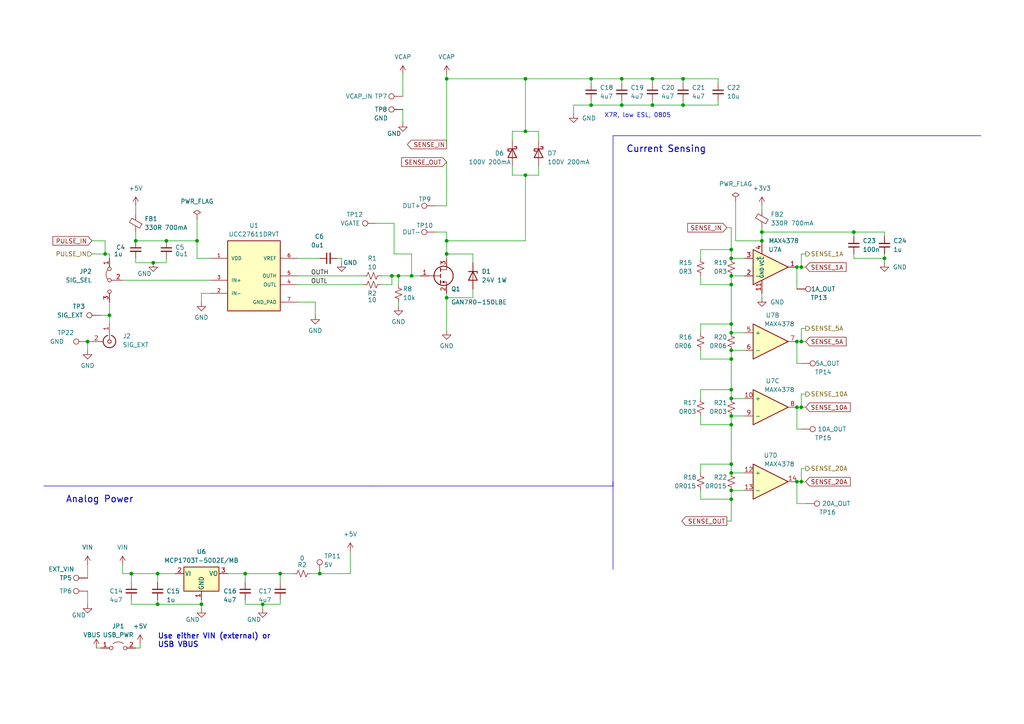
<source format=kicad_sch>
(kicad_sch (version 20230121) (generator eeschema)
  (paper "A4")
  (lib_symbols
    (symbol "Connector:Conn_Coaxial" (pin_names (offset 1.016) hide)
      (property "Reference" "J" (at 0.254 3.048 0))
      (property "Value" "Conn_Coaxial" (at 2.921 0 90))
      (symbol "Conn_Coaxial_0_1"
        (arc (start -1.778 -0.508) (mid 0.2311 -1.8066) (end 1.778 0) (stroke (width 0.254)))
        (polyline (pts (xy -2.54 0) (xy -0.508 0)))
        (polyline (pts (xy 0 -2.54) (xy 0 -1.778)))
        (circle (center 0 0) (radius 0.508) (stroke (width 0.2032)))
        (arc (start 1.778 0) (mid 0.2099 1.8101) (end -1.778 0.508) (stroke (width 0.254)))
      )
      (symbol "Conn_Coaxial_1_1"
        (pin passive line (at -5.08 0 0) (length 2.54) (name "In") (number "1"))
        (pin passive line (at 0 -5.08 90) (length 2.54) (name "Ext") (number "2"))
      )
    )
    (symbol "Connector:TestPoint" (pin_numbers hide) (pin_names (offset 0.762) hide)
      (property "Reference" "TP" (at 0 6.858 0))
      (property "Value" "TestPoint" (at 0 5.08 0))
      (symbol "TestPoint_0_1"
        (circle (center 0 3.302) (radius 0.762))
      )
      (symbol "TestPoint_1_1"
        (pin passive line (at 0 0 90) (length 2.54) (name "1") (number "1"))
      )
    )
    (symbol "DW_custom_symbols:GAN7R0-150LBE" (pin_names hide)
      (property "Reference" "Q" (at 5.08 1.905 0))
      (property "Value" "GAN7R0-150LBE" (at 5.08 0 0))
      (symbol "GAN7R0-150LBE_0_1"
        (polyline (pts (xy 0.635 0) (xy -2.54 0)))
        (polyline (pts (xy 0.762 -1.27) (xy 0.762 -2.286)) (stroke (width 0.254)))
        (polyline (pts (xy 0.762 0.508) (xy 0.762 -0.508)) (stroke (width 0.254)))
        (polyline (pts (xy 0.762 2.286) (xy 0.762 1.27)) (stroke (width 0.254)))
        (polyline (pts (xy 2.54 1.778) (xy 0.762 1.778)))
        (polyline (pts (xy 2.54 2.54) (xy 2.54 1.778)))
        (polyline (pts (xy 0.762 -1.778) (xy 2.54 -1.778) (xy 2.54 -5.08)))
        (circle (center 1.651 0) (radius 2.794) (stroke (width 0.254)))
      )
      (symbol "GAN7R0-150LBE_1_1"
        (polyline (pts (xy 1.524 -1.524) (xy 2.032 -1.778) (xy 1.524 -2.032) (xy 1.524 -1.524)) (fill (type outline)))
        (pin input line (at -5.08 0 0) (length 2.54) (name "G") (number "1"))
        (pin passive line (at 2.54 -5.08 90) (length 2.54) (name "S") (number "2"))
        (pin passive line (at 2.54 5.08 270) (length 2.54) (name "D") (number "3"))
      )
    )
    (symbol "DW_custom_symbols:MAX4378"
      (property "Reference" "U" (at -10.16 1.27 0))
      (symbol "MAX4378_0_1"
        (polyline (pts (xy 6.35 -1.27) (xy -3.81 3.81) (xy -3.81 -6.35) (xy 6.35 -1.27)) (stroke (width 0.254)) (fill (type background)))
      )
      (symbol "MAX4378_1_1"
        (pin output line (at 8.89 -1.27 180) (length 2.54) (name "~") (number "1"))
        (pin power_in line (at -1.27 -8.89 90) (length 3.81) (name "GND") (number "11"))
        (pin input line (at -6.35 -3.81 0) (length 2.54) (name "-") (number "2"))
        (pin input line (at -6.35 1.27 0) (length 2.54) (name "+") (number "3"))
        (pin power_in line (at -1.27 6.35 270) (length 3.81) (name "VCC") (number "4"))
      )
      (symbol "MAX4378_2_1"
        (pin input line (at -6.35 1.27 0) (length 2.54) (name "+") (number "5"))
        (pin input line (at -6.35 -3.81 0) (length 2.54) (name "-") (number "6"))
        (pin output line (at 8.89 -1.27 180) (length 2.54) (name "") (number "7"))
      )
      (symbol "MAX4378_3_1"
        (pin input line (at -6.35 1.27 0) (length 2.54) (name "+") (number "10"))
        (pin output line (at 8.89 -1.27 180) (length 2.54) (name "") (number "8"))
        (pin input line (at -6.35 -3.81 0) (length 2.54) (name "-") (number "9"))
      )
      (symbol "MAX4378_4_1"
        (pin input line (at -6.35 1.27 0) (length 2.54) (name "+") (number "12"))
        (pin input line (at -6.35 -3.81 0) (length 2.54) (name "-") (number "13"))
        (pin output line (at 8.89 -1.27 180) (length 2.54) (name "") (number "14"))
      )
    )
    (symbol "DW_custom_symbols:UCC27611DRVT" (pin_names (offset 1.016))
      (property "Reference" "U" (at -12.7 11.16 0))
      (property "Value" "UCC27611DRVT" (at -12.7 -14.16 0))
      (symbol "UCC27611DRVT_0_0"
        (rectangle (start -7.62 10.16) (end 7.62 -10.16) (stroke (width 0.254)) (fill (type background)))
        (pin power_in line (at -12.7 5.08 0) (length 5.08) (name "VDD") (number "1"))
        (pin input line (at -12.7 -5.08 0) (length 5.08) (name "IN-") (number "2"))
        (pin input line (at -12.7 -1.27 0) (length 5.08) (name "IN+") (number "3"))
        (pin output line (at 12.7 -2.54 180) (length 5.08) (name "OUTL") (number "4"))
        (pin output line (at 12.7 0 180) (length 5.08) (name "OUTH") (number "5"))
        (pin output line (at 12.7 5.08 180) (length 5.08) (name "VREF") (number "6"))
        (pin power_in line (at 12.7 -7.62 180) (length 5.08) (name "GND_PAD") (number "7"))
      )
    )
    (symbol "DW_custom_symbols:VIN" (power) (pin_names (offset 0))
      (property "Value" "VIN" (at 0 6.35 0))
      (symbol "VIN_0_1"
        (polyline (pts (xy -0.762 1.27) (xy 0 2.54)))
        (polyline (pts (xy 0 0) (xy 0 2.54)))
        (polyline (pts (xy 0 2.54) (xy 0.762 1.27)))
      )
      (symbol "VIN_1_1"
        (pin power_in line (at 0 0 90) (length 0) hide (name "VIN") (number "1"))
      )
    )
    (symbol "Device:C_Small" (pin_numbers hide) (pin_names (offset 0.254) hide)
      (property "Reference" "C" (at 0.254 1.778 0))
      (property "Value" "C_Small" (at 0.254 -2.032 0))
      (symbol "C_Small_0_1"
        (polyline (pts (xy -1.524 -0.508) (xy 1.524 -0.508)) (stroke (width 0.3302)))
        (polyline (pts (xy -1.524 0.508) (xy 1.524 0.508)) (stroke (width 0.3048)))
      )
      (symbol "C_Small_1_1"
        (pin passive line (at 0 2.54 270) (length 2.032) (name "~") (number "1"))
        (pin passive line (at 0 -2.54 90) (length 2.032) (name "~") (number "2"))
      )
    )
    (symbol "Device:D_Schottky" (pin_numbers hide) (pin_names (offset 1.016) hide)
      (property "Reference" "D" (at 0 2.54 0))
      (property "Value" "D_Schottky" (at 0 -2.54 0))
      (symbol "D_Schottky_0_1"
        (polyline (pts (xy 1.27 0) (xy -1.27 0)))
        (polyline (pts (xy 1.27 1.27) (xy 1.27 -1.27) (xy -1.27 0) (xy 1.27 1.27)) (stroke (width 0.254)))
        (polyline (pts (xy -1.905 0.635) (xy -1.905 1.27) (xy -1.27 1.27) (xy -1.27 -1.27) (xy -0.635 -1.27) (xy -0.635 -0.635)) (stroke (width 0.254)))
      )
      (symbol "D_Schottky_1_1"
        (pin passive line (at -3.81 0 0) (length 2.54) (name "K") (number "1"))
        (pin passive line (at 3.81 0 180) (length 2.54) (name "A") (number "2"))
      )
    )
    (symbol "Device:D_Zener" (pin_numbers hide) (pin_names (offset 1.016) hide)
      (property "Reference" "D" (at 0 2.54 0))
      (property "Value" "D_Zener" (at 0 -2.54 0))
      (symbol "D_Zener_0_1"
        (polyline (pts (xy 1.27 0) (xy -1.27 0)))
        (polyline (pts (xy -1.27 -1.27) (xy -1.27 1.27) (xy -0.762 1.27)) (stroke (width 0.254)))
        (polyline (pts (xy 1.27 -1.27) (xy 1.27 1.27) (xy -1.27 0) (xy 1.27 -1.27)) (stroke (width 0.254)))
      )
      (symbol "D_Zener_1_1"
        (pin passive line (at -3.81 0 0) (length 2.54) (name "K") (number "1"))
        (pin passive line (at 3.81 0 180) (length 2.54) (name "A") (number "2"))
      )
    )
    (symbol "Device:FerriteBead_Small" (pin_numbers hide) (pin_names (offset 0))
      (property "Reference" "FB" (at 1.905 1.27 0))
      (property "Value" "FerriteBead_Small" (at 1.905 -1.27 0))
      (symbol "FerriteBead_Small_0_1"
        (polyline (pts (xy 0 -1.27) (xy 0 -0.7874)))
        (polyline (pts (xy 0 0.889) (xy 0 1.2954)))
        (polyline (pts (xy -1.8288 0.2794) (xy -1.1176 1.4986) (xy 1.8288 -0.2032) (xy 1.1176 -1.4224) (xy -1.8288 0.2794)))
      )
      (symbol "FerriteBead_Small_1_1"
        (pin passive line (at 0 2.54 270) (length 1.27) (name "~") (number "1"))
        (pin passive line (at 0 -2.54 90) (length 1.27) (name "~") (number "2"))
      )
    )
    (symbol "Device:R_Small_US" (pin_numbers hide) (pin_names (offset 0.254) hide)
      (property "Reference" "R" (at 0.762 0.508 0))
      (property "Value" "R_Small_US" (at 0.762 -1.016 0))
      (symbol "R_Small_US_1_1"
        (polyline (pts (xy 0 0) (xy 1.016 -0.381) (xy 0 -0.762) (xy -1.016 -1.143) (xy 0 -1.524)))
        (polyline (pts (xy 0 1.524) (xy 1.016 1.143) (xy 0 0.762) (xy -1.016 0.381) (xy 0 0)))
        (pin passive line (at 0 2.54 270) (length 1.016) (name "~") (number "1"))
        (pin passive line (at 0 -2.54 90) (length 1.016) (name "~") (number "2"))
      )
    )
    (symbol "Jumper:Jumper_2_Open" (pin_names (offset 0) hide)
      (property "Reference" "JP" (at 0 2.794 0))
      (property "Value" "Jumper_2_Open" (at 0 -2.286 0))
      (symbol "Jumper_2_Open_0_0"
        (circle (center -2.032 0) (radius 0.508))
        (circle (center 2.032 0) (radius 0.508))
      )
      (symbol "Jumper_2_Open_0_1"
        (arc (start 1.524 1.27) (mid 0 1.778) (end -1.524 1.27))
      )
      (symbol "Jumper_2_Open_1_1"
        (pin passive line (at -5.08 0 0) (length 2.54) (name "A") (number "1"))
        (pin passive line (at 5.08 0 180) (length 2.54) (name "B") (number "2"))
      )
    )
    (symbol "Jumper:Jumper_3_Bridged12" (pin_names (offset 0) hide)
      (property "Reference" "JP" (at -2.54 -2.54 0))
      (property "Value" "Jumper_3_Bridged12" (at 0 2.794 0))
      (symbol "Jumper_3_Bridged12_0_0"
        (circle (center -3.302 0) (radius 0.508))
        (circle (center 0 0) (radius 0.508))
        (circle (center 3.302 0) (radius 0.508))
      )
      (symbol "Jumper_3_Bridged12_0_1"
        (arc (start -0.254 0.508) (mid -1.651 0.9912) (end -3.048 0.508))
        (polyline (pts (xy 0 -1.27) (xy 0 -0.508)))
      )
      (symbol "Jumper_3_Bridged12_1_1"
        (pin passive line (at -6.35 0 0) (length 2.54) (name "A") (number "1"))
        (pin passive line (at 0 -3.81 90) (length 2.54) (name "C") (number "2"))
        (pin passive line (at 6.35 0 180) (length 2.54) (name "B") (number "3"))
      )
    )
    (symbol "Regulator_Linear:MCP1703Ax-500xxMB" (pin_names (offset 0.254))
      (property "Reference" "U" (at -3.81 3.175 0))
      (property "Value" "MCP1703Ax-500xxMB" (at 0 3.175 0))
      (symbol "MCP1703Ax-500xxMB_0_1"
        (rectangle (start -5.08 -5.08) (end 5.08 1.905) (stroke (width 0.254)) (fill (type background)))
      )
      (symbol "MCP1703Ax-500xxMB_1_1"
        (pin power_in line (at 0 -7.62 90) (length 2.54) (name "GND") (number "1"))
        (pin power_in line (at -7.62 0 0) (length 2.54) (name "VI") (number "2"))
        (pin power_out line (at 7.62 0 180) (length 2.54) (name "VO") (number "3"))
      )
    )
    (symbol "VBUS_1" (power) (pin_names (offset 0))
      (property "Value" "VBUS_1" (at 0 5.08 0))
      (symbol "VBUS_1_0_1"
        (polyline (pts (xy -0.762 1.27) (xy 0 2.54)))
        (polyline (pts (xy 0 0) (xy 0 2.54)))
        (polyline (pts (xy 0 2.54) (xy 0.762 1.27)))
      )
      (symbol "VBUS_1_1_1"
        (pin power_in line (at 0 0 90) (length 0) hide (name "VCAP") (number "1"))
      )
    )
    (symbol "VBUS_2" (power) (pin_names (offset 0))
      (property "Value" "VBUS_2" (at 0 5.08 0))
      (symbol "VBUS_2_0_1"
        (polyline (pts (xy -0.762 1.27) (xy 0 2.54)))
        (polyline (pts (xy 0 0) (xy 0 2.54)))
        (polyline (pts (xy 0 2.54) (xy 0.762 1.27)))
      )
      (symbol "VBUS_2_1_1"
        (pin power_in line (at 0 0 90) (length 0) hide (name "VCAP") (number "1"))
      )
    )
    (symbol "power:+3V3" (power) (pin_names (offset 0))
      (property "Value" "+3V3" (at 0 3.556 0))
      (symbol "+3V3_0_1"
        (polyline (pts (xy -0.762 1.27) (xy 0 2.54)))
        (polyline (pts (xy 0 0) (xy 0 2.54)))
        (polyline (pts (xy 0 2.54) (xy 0.762 1.27)))
      )
      (symbol "+3V3_1_1"
        (pin power_in line (at 0 0 90) (length 0) hide (name "+3V3") (number "1"))
      )
    )
    (symbol "power:+5V" (power) (pin_names (offset 0))
      (property "Value" "+5V" (at 0 3.556 0))
      (symbol "+5V_0_1"
        (polyline (pts (xy -0.762 1.27) (xy 0 2.54)))
        (polyline (pts (xy 0 0) (xy 0 2.54)))
        (polyline (pts (xy 0 2.54) (xy 0.762 1.27)))
      )
      (symbol "+5V_1_1"
        (pin power_in line (at 0 0 90) (length 0) hide (name "+5V") (number "1"))
      )
    )
    (symbol "power:GND" (power) (pin_names (offset 0))
      (property "Value" "GND" (at 0 -3.81 0))
      (symbol "GND_0_1"
        (polyline (pts (xy 0 0) (xy 0 -1.27) (xy 1.27 -1.27) (xy 0 -2.54) (xy -1.27 -1.27) (xy 0 -1.27)))
      )
      (symbol "GND_1_1"
        (pin power_in line (at 0 0 270) (length 0) hide (name "GND") (number "1"))
      )
    )
    (symbol "power:PWR_FLAG" (power) (pin_numbers hide) (pin_names (offset 0) hide)
      (property "Value" "PWR_FLAG" (at 0 3.81 0))
      (symbol "PWR_FLAG_0_0"
        (pin power_out line (at 0 0 90) (length 0) (name "pwr") (number "1"))
      )
      (symbol "PWR_FLAG_0_1"
        (polyline (pts (xy 0 0) (xy 0 1.27) (xy -1.016 1.905) (xy 0 2.54) (xy 1.016 1.905) (xy 0 1.27)))
      )
    )
    (symbol "power:VBUS" (power) (pin_names (offset 0))
      (property "Value" "VBUS" (at 0 3.81 0))
      (symbol "VBUS_0_1"
        (polyline (pts (xy -0.762 1.27) (xy 0 2.54)))
        (polyline (pts (xy 0 0) (xy 0 2.54)))
        (polyline (pts (xy 0 2.54) (xy 0.762 1.27)))
      )
      (symbol "VBUS_1_1"
        (pin power_in line (at 0 0 90) (length 0) hide (name "VBUS") (number "1"))
      )
    )
  )
  (junction (at 256.54 74.93))
  (junction (at 81.28 166.37))
  (junction (at 45.72 166.37))
  (junction (at 180.34 30.48))
  (junction (at 129.54 69.85))
  (junction (at 231.14 99.06))
  (junction (at 152.4 22.86))
  (junction (at 38.1 166.37))
  (junction (at 212.09 144.78))
  (junction (at 212.09 104.14))
  (junction (at 212.09 80.01))
  (junction (at 129.54 22.86))
  (junction (at 39.37 69.85))
  (junction (at 25.4 99.06))
  (junction (at 232.41 139.7))
  (junction (at 212.09 96.52))
  (junction (at 212.09 113.03))
  (junction (at 57.15 69.85))
  (junction (at 129.54 73.66))
  (junction (at 212.09 142.24))
  (junction (at 180.34 22.86))
  (junction (at 212.09 101.6))
  (junction (at 30.48 73.66))
  (junction (at 212.09 134.62))
  (junction (at 247.65 67.31))
  (junction (at 129.54 86.36))
  (junction (at 198.12 30.48))
  (junction (at 212.09 93.98))
  (junction (at 152.4 50.8))
  (junction (at 113.665 80.01))
  (junction (at 189.23 22.86))
  (junction (at 115.57 80.01))
  (junction (at 189.23 30.48))
  (junction (at 48.26 69.85))
  (junction (at 212.09 72.39))
  (junction (at 212.09 120.65))
  (junction (at 212.09 137.16))
  (junction (at 212.09 123.19))
  (junction (at 119.38 80.01))
  (junction (at 220.98 69.85))
  (junction (at 231.14 118.11))
  (junction (at 232.41 77.47))
  (junction (at 58.42 175.26))
  (junction (at 71.12 166.37))
  (junction (at 198.12 22.86))
  (junction (at 152.4 38.1))
  (junction (at 232.41 118.11))
  (junction (at 45.72 175.26))
  (junction (at 171.45 30.48))
  (junction (at 212.09 74.93))
  (junction (at 232.41 99.06))
  (junction (at 44.45 76.2))
  (junction (at 171.45 22.86))
  (junction (at 212.09 115.57))
  (junction (at 231.14 77.47))
  (junction (at 212.09 82.55))
  (junction (at 92.71 166.37))
  (junction (at 31.75 91.44))
  (junction (at 231.14 139.7))
  (junction (at 76.2 175.26))
  (junction (at 220.98 67.31))
  (wire (pts (xy 152.4 69.85) (xy 129.54 69.85)))
  (wire (pts (xy 212.09 66.04) (xy 212.09 72.39)))
  (wire (pts (xy 27.94 187.96) (xy 29.21 187.96)))
  (wire (pts (xy 233.68 99.06) (xy 232.41 99.06)))
  (wire (pts (xy 189.23 30.48) (xy 180.34 30.48)))
  (wire (pts (xy 212.09 120.65) (xy 212.09 123.19)))
  (wire (pts (xy 152.4 22.86) (xy 171.45 22.86)))
  (wire (pts (xy 110.49 82.55) (xy 113.665 82.55)))
  (wire (pts (xy 39.37 59.69) (xy 39.37 62.23)))
  (wire (pts (xy 148.59 50.8) (xy 152.4 50.8)))
  (wire (pts (xy 166.37 30.48) (xy 166.37 33.02)))
  (wire (pts (xy 180.34 22.86) (xy 180.34 24.13)))
  (wire (pts (xy 220.98 85.09) (xy 220.98 86.36)))
  (wire (pts (xy 90.17 166.37) (xy 92.71 166.37)))
  (wire (pts (xy 148.59 38.1) (xy 152.4 38.1)))
  (wire (pts (xy 109.22 64.77) (xy 114.3 64.77)))
  (polyline (pts (xy 284.48 39.37) (xy 177.8 39.37)))
  (wire (pts (xy 203.2 123.19) (xy 212.09 123.19)))
  (wire (pts (xy 231.14 77.47) (xy 231.14 83.82)))
  (wire (pts (xy 220.98 67.31) (xy 220.98 69.85)))
  (wire (pts (xy 38.1 166.37) (xy 38.1 168.91)))
  (wire (pts (xy 114.3 64.77) (xy 114.3 73.66)))
  (wire (pts (xy 148.59 48.26) (xy 148.59 50.8)))
  (wire (pts (xy 180.34 29.21) (xy 180.34 30.48)))
  (wire (pts (xy 115.57 88.9) (xy 115.57 87.63)))
  (wire (pts (xy 212.09 123.19) (xy 212.09 134.62)))
  (wire (pts (xy 76.2 175.26) (xy 81.28 175.26)))
  (wire (pts (xy 26.67 73.66) (xy 30.48 73.66)))
  (wire (pts (xy 203.2 72.39) (xy 212.09 72.39)))
  (wire (pts (xy 232.41 135.89) (xy 232.41 139.7)))
  (wire (pts (xy 203.2 113.03) (xy 212.09 113.03)))
  (wire (pts (xy 58.42 173.99) (xy 58.42 175.26)))
  (wire (pts (xy 232.41 99.06) (xy 231.14 99.06)))
  (wire (pts (xy 101.6 160.02) (xy 101.6 166.37)))
  (wire (pts (xy 198.12 29.21) (xy 198.12 30.48)))
  (wire (pts (xy 44.45 76.2) (xy 48.26 76.2)))
  (wire (pts (xy 232.41 95.25) (xy 232.41 99.06)))
  (wire (pts (xy 171.45 22.86) (xy 171.45 24.13)))
  (wire (pts (xy 203.2 115.57) (xy 203.2 113.03)))
  (wire (pts (xy 40.64 187.96) (xy 39.37 187.96)))
  (wire (pts (xy 171.45 30.48) (xy 166.37 30.48)))
  (wire (pts (xy 212.09 104.14) (xy 212.09 113.03)))
  (wire (pts (xy 212.09 93.98) (xy 212.09 96.52)))
  (wire (pts (xy 203.2 101.6) (xy 203.2 104.14)))
  (wire (pts (xy 152.4 50.8) (xy 152.4 69.85)))
  (wire (pts (xy 212.09 82.55) (xy 212.09 93.98)))
  (wire (pts (xy 129.54 46.99) (xy 129.54 59.69)))
  (wire (pts (xy 212.09 72.39) (xy 212.09 74.93)))
  (wire (pts (xy 119.38 73.66) (xy 119.38 80.01)))
  (wire (pts (xy 189.23 22.86) (xy 198.12 22.86)))
  (wire (pts (xy 210.82 66.04) (xy 212.09 66.04)))
  (wire (pts (xy 212.09 137.16) (xy 215.9 137.16)))
  (wire (pts (xy 81.28 173.99) (xy 81.28 175.26)))
  (wire (pts (xy 81.28 166.37) (xy 81.28 168.91)))
  (wire (pts (xy 137.16 83.82) (xy 137.16 86.36)))
  (wire (pts (xy 212.09 80.01) (xy 212.09 82.55)))
  (wire (pts (xy 208.28 22.86) (xy 198.12 22.86)))
  (wire (pts (xy 233.68 118.11) (xy 232.41 118.11)))
  (wire (pts (xy 232.41 73.66) (xy 232.41 77.47)))
  (wire (pts (xy 156.21 38.1) (xy 156.21 40.64)))
  (wire (pts (xy 129.54 73.66) (xy 137.16 73.66)))
  (wire (pts (xy 66.04 166.37) (xy 71.12 166.37)))
  (wire (pts (xy 232.41 77.47) (xy 231.14 77.47)))
  (wire (pts (xy 35.56 166.37) (xy 38.1 166.37)))
  (wire (pts (xy 203.2 120.65) (xy 203.2 123.19)))
  (wire (pts (xy 113.665 82.55) (xy 113.665 80.01)))
  (wire (pts (xy 25.4 99.06) (xy 26.67 99.06)))
  (wire (pts (xy 232.41 105.41) (xy 231.14 105.41)))
  (wire (pts (xy 115.57 80.01) (xy 115.57 82.55)))
  (wire (pts (xy 189.23 29.21) (xy 189.23 30.48)))
  (wire (pts (xy 57.15 74.93) (xy 57.15 69.85)))
  (wire (pts (xy 30.48 73.66) (xy 31.75 73.66)))
  (wire (pts (xy 39.37 76.2) (xy 44.45 76.2)))
  (wire (pts (xy 25.4 101.6) (xy 25.4 99.06)))
  (wire (pts (xy 233.68 73.66) (xy 232.41 73.66)))
  (wire (pts (xy 198.12 22.86) (xy 198.12 24.13)))
  (wire (pts (xy 233.68 95.25) (xy 232.41 95.25)))
  (wire (pts (xy 126.365 67.31) (xy 129.54 67.31)))
  (wire (pts (xy 58.42 87.63) (xy 58.42 85.09)))
  (polyline (pts (xy 177.8 140.97) (xy 177.8 139.7)))
  (wire (pts (xy 152.4 22.86) (xy 152.4 38.1)))
  (wire (pts (xy 71.12 175.26) (xy 76.2 175.26)))
  (wire (pts (xy 25.4 171.45) (xy 25.4 175.26)))
  (wire (pts (xy 233.68 139.7) (xy 232.41 139.7)))
  (wire (pts (xy 114.3 73.66) (xy 119.38 73.66)))
  (wire (pts (xy 71.12 173.99) (xy 71.12 175.26)))
  (wire (pts (xy 25.4 163.83) (xy 25.4 167.64)))
  (wire (pts (xy 212.09 80.01) (xy 215.9 80.01)))
  (wire (pts (xy 203.2 144.78) (xy 212.09 144.78)))
  (wire (pts (xy 58.42 85.09) (xy 60.96 85.09)))
  (wire (pts (xy 129.54 22.86) (xy 129.54 41.91)))
  (wire (pts (xy 232.41 124.46) (xy 231.14 124.46)))
  (wire (pts (xy 26.67 69.85) (xy 30.48 69.85)))
  (wire (pts (xy 91.44 87.63) (xy 91.44 91.44)))
  (wire (pts (xy 212.09 134.62) (xy 212.09 137.16)))
  (wire (pts (xy 45.72 166.37) (xy 45.72 168.91)))
  (wire (pts (xy 208.28 29.21) (xy 208.28 30.48)))
  (wire (pts (xy 212.09 151.13) (xy 212.09 144.78)))
  (wire (pts (xy 92.71 166.37) (xy 101.6 166.37)))
  (wire (pts (xy 212.09 74.93) (xy 215.9 74.93)))
  (wire (pts (xy 203.2 74.93) (xy 203.2 72.39)))
  (wire (pts (xy 213.36 58.42) (xy 213.36 69.85)))
  (wire (pts (xy 57.15 63.5) (xy 57.15 69.85)))
  (wire (pts (xy 231.14 105.41) (xy 231.14 99.06)))
  (wire (pts (xy 220.98 66.04) (xy 220.98 67.31)))
  (wire (pts (xy 203.2 93.98) (xy 212.09 93.98)))
  (wire (pts (xy 256.54 74.93) (xy 256.54 76.2)))
  (wire (pts (xy 48.26 69.85) (xy 57.15 69.85)))
  (wire (pts (xy 171.45 29.21) (xy 171.45 30.48)))
  (wire (pts (xy 71.12 166.37) (xy 71.12 168.91)))
  (wire (pts (xy 203.2 82.55) (xy 212.09 82.55)))
  (wire (pts (xy 38.1 166.37) (xy 45.72 166.37)))
  (wire (pts (xy 113.665 80.01) (xy 115.57 80.01)))
  (wire (pts (xy 212.09 96.52) (xy 215.9 96.52)))
  (wire (pts (xy 212.09 120.65) (xy 215.9 120.65)))
  (wire (pts (xy 220.98 59.69) (xy 220.98 60.96)))
  (wire (pts (xy 29.21 91.44) (xy 31.75 91.44)))
  (wire (pts (xy 233.68 146.05) (xy 231.14 146.05)))
  (wire (pts (xy 231.14 139.7) (xy 231.14 146.05)))
  (wire (pts (xy 71.12 166.37) (xy 81.28 166.37)))
  (wire (pts (xy 180.34 22.86) (xy 189.23 22.86)))
  (wire (pts (xy 31.75 91.44) (xy 31.75 93.98)))
  (wire (pts (xy 129.54 86.36) (xy 137.16 86.36)))
  (wire (pts (xy 212.09 101.6) (xy 215.9 101.6)))
  (wire (pts (xy 129.54 69.85) (xy 129.54 73.66)))
  (wire (pts (xy 233.68 77.47) (xy 232.41 77.47)))
  (wire (pts (xy 137.16 73.66) (xy 137.16 76.2)))
  (wire (pts (xy 247.65 73.66) (xy 247.65 74.93)))
  (wire (pts (xy 212.09 115.57) (xy 215.9 115.57)))
  (wire (pts (xy 212.09 113.03) (xy 212.09 115.57)))
  (wire (pts (xy 31.75 91.44) (xy 31.75 87.63)))
  (wire (pts (xy 39.37 67.31) (xy 39.37 69.85)))
  (wire (pts (xy 45.72 173.99) (xy 45.72 175.26)))
  (wire (pts (xy 232.41 118.11) (xy 231.14 118.11)))
  (wire (pts (xy 31.75 73.66) (xy 31.75 74.93)))
  (wire (pts (xy 129.54 73.66) (xy 129.54 74.93)))
  (wire (pts (xy 180.34 30.48) (xy 171.45 30.48)))
  (wire (pts (xy 30.48 69.85) (xy 30.48 73.66)))
  (wire (pts (xy 247.65 67.31) (xy 247.65 68.58)))
  (wire (pts (xy 210.82 151.13) (xy 212.09 151.13)))
  (wire (pts (xy 119.38 80.01) (xy 121.92 80.01)))
  (polyline (pts (xy 12.7 140.97) (xy 107.95 140.97)))
  (wire (pts (xy 129.54 86.36) (xy 129.54 95.885)))
  (wire (pts (xy 203.2 96.52) (xy 203.2 93.98)))
  (wire (pts (xy 256.54 73.66) (xy 256.54 74.93)))
  (wire (pts (xy 129.54 85.09) (xy 129.54 86.36)))
  (wire (pts (xy 35.56 81.28) (xy 60.96 81.28)))
  (wire (pts (xy 152.4 38.1) (xy 156.21 38.1)))
  (wire (pts (xy 189.23 22.86) (xy 189.23 24.13)))
  (wire (pts (xy 48.26 76.2) (xy 48.26 74.93)))
  (wire (pts (xy 40.64 186.69) (xy 40.64 187.96)))
  (wire (pts (xy 76.2 175.26) (xy 76.2 176.53)))
  (wire (pts (xy 233.68 114.3) (xy 232.41 114.3)))
  (wire (pts (xy 45.72 166.37) (xy 50.8 166.37)))
  (wire (pts (xy 116.84 31.75) (xy 116.84 35.56)))
  (wire (pts (xy 126.365 59.69) (xy 129.54 59.69)))
  (wire (pts (xy 86.36 82.55) (xy 105.41 82.55)))
  (wire (pts (xy 129.54 67.31) (xy 129.54 69.85)))
  (wire (pts (xy 39.37 69.85) (xy 48.26 69.85)))
  (wire (pts (xy 256.54 68.58) (xy 256.54 67.31)))
  (polyline (pts (xy 177.8 39.37) (xy 177.8 165.1)))
  (wire (pts (xy 232.41 114.3) (xy 232.41 118.11)))
  (wire (pts (xy 156.21 48.26) (xy 156.21 50.8)))
  (wire (pts (xy 115.57 80.01) (xy 119.38 80.01)))
  (wire (pts (xy 203.2 104.14) (xy 212.09 104.14)))
  (wire (pts (xy 203.2 142.24) (xy 203.2 144.78)))
  (wire (pts (xy 39.37 74.93) (xy 39.37 76.2)))
  (wire (pts (xy 256.54 67.31) (xy 247.65 67.31)))
  (wire (pts (xy 208.28 24.13) (xy 208.28 22.86)))
  (wire (pts (xy 203.2 134.62) (xy 212.09 134.62)))
  (wire (pts (xy 99.06 74.93) (xy 99.06 76.2)))
  (wire (pts (xy 152.4 50.8) (xy 156.21 50.8)))
  (wire (pts (xy 35.56 163.83) (xy 35.56 166.37)))
  (wire (pts (xy 171.45 22.86) (xy 180.34 22.86)))
  (wire (pts (xy 58.42 175.26) (xy 58.42 176.53)))
  (wire (pts (xy 247.65 74.93) (xy 256.54 74.93)))
  (wire (pts (xy 86.36 87.63) (xy 91.44 87.63)))
  (wire (pts (xy 81.28 166.37) (xy 85.09 166.37)))
  (wire (pts (xy 212.09 142.24) (xy 215.9 142.24)))
  (wire (pts (xy 86.36 74.93) (xy 92.71 74.93)))
  (wire (pts (xy 129.54 21.59) (xy 129.54 22.86)))
  (wire (pts (xy 86.36 80.01) (xy 105.41 80.01)))
  (wire (pts (xy 38.1 175.26) (xy 45.72 175.26)))
  (wire (pts (xy 116.84 21.59) (xy 116.84 27.94)))
  (wire (pts (xy 60.96 74.93) (xy 57.15 74.93)))
  (wire (pts (xy 231.14 124.46) (xy 231.14 118.11)))
  (wire (pts (xy 213.36 69.85) (xy 220.98 69.85)))
  (wire (pts (xy 220.98 67.31) (xy 247.65 67.31)))
  (wire (pts (xy 233.68 135.89) (xy 232.41 135.89)))
  (wire (pts (xy 212.09 101.6) (xy 212.09 104.14)))
  (wire (pts (xy 198.12 30.48) (xy 189.23 30.48)))
  (wire (pts (xy 208.28 30.48) (xy 198.12 30.48)))
  (wire (pts (xy 97.79 74.93) (xy 99.06 74.93)))
  (wire (pts (xy 203.2 137.16) (xy 203.2 134.62)))
  (wire (pts (xy 148.59 40.64) (xy 148.59 38.1)))
  (wire (pts (xy 212.09 144.78) (xy 212.09 142.24)))
  (wire (pts (xy 45.72 175.26) (xy 58.42 175.26)))
  (wire (pts (xy 38.1 173.99) (xy 38.1 175.26)))
  (wire (pts (xy 129.54 22.86) (xy 152.4 22.86)))
  (wire (pts (xy 110.49 80.01) (xy 113.665 80.01)))
  (polyline (pts (xy 107.95 140.97) (xy 177.8 140.97)))
  (wire (pts (xy 232.41 139.7) (xy 231.14 139.7)))
  (wire (pts (xy 203.2 80.01) (xy 203.2 82.55)))
  (text "Use either VIN (external) or\nUSB VBUS" (at 45.72 187.96 0) (effects (font (size 1.524 1.524) (thickness 0.254) bold) (justify left bottom)))
  (text "Current Sensing" (at 181.61 44.45 0) (effects (font (size 1.905 1.905) (thickness 0.254) bold) (justify left bottom)))
  (text "X7R, low ESL, 0805" (at 175.26 34.29 0) (effects (font (size 1.27 1.27)) (justify left bottom)))
  (text "Analog Power" (at 19.05 146.05 0) (effects (font (size 1.905 1.905) (thickness 0.254) bold) (justify left bottom)))
  (label "OUTH" (at 90.17 80.01 0))
  (label "OUTL" (at 90.17 82.55 0))
  (global_label "SENSE_20A" (shape input) (at 233.68 139.7 0) (property "Intersheetrefs" "${INTERSHEET_REFS}" (effects hide)))
  (global_label "SENSE_IN" (shape output) (at 129.54 41.91 180) (property "Intersheetrefs" "${INTERSHEET_REFS}" (effects hide)))
  (global_label "SENSE_OUT" (shape input) (at 129.54 46.99 180) (property "Intersheetrefs" "${INTERSHEET_REFS}" (effects hide)))
  (global_label "PULSE_IN" (shape input) (at 26.67 69.85 180) (property "Intersheetrefs" "${INTERSHEET_REFS}" (effects hide)))
  (global_label "SENSE_1A" (shape input) (at 233.68 77.47 0) (property "Intersheetrefs" "${INTERSHEET_REFS}" (effects hide)))
  (global_label "SENSE_OUT" (shape output) (at 210.82 151.13 180) (property "Intersheetrefs" "${INTERSHEET_REFS}" (effects hide)))
  (global_label "SENSE_10A" (shape input) (at 233.68 118.11 0) (property "Intersheetrefs" "${INTERSHEET_REFS}" (effects hide)))
  (global_label "SENSE_5A" (shape input) (at 233.68 99.06 0) (property "Intersheetrefs" "${INTERSHEET_REFS}" (effects hide)))
  (global_label "SENSE_IN" (shape input) (at 210.82 66.04 180) (property "Intersheetrefs" "${INTERSHEET_REFS}" (effects hide)))
  (hierarchical_label "SENSE_10A" (shape output) (at 233.68 114.3 0))
  (hierarchical_label "SENSE_1A" (shape output) (at 233.68 73.66 0))
  (hierarchical_label "PULSE_IN" (shape input) (at 26.67 73.66 180))
  (hierarchical_label "SENSE_20A" (shape output) (at 233.68 135.89 0))
  (hierarchical_label "SENSE_5A" (shape output) (at 233.68 95.25 0))
  (symbol (lib_id "Connector:TestPoint") (at 126.365 67.31 90) (unit 1)
    (property "Reference" "TP10" (at 123.19 65.405 90))
    (property "Value" "DUT-" (at 119.38 67.31 90))
    (property "Footprint" "DW_Library:Keystone-1502-2" (effects hide))
    (instances (project "cc_laser_supply_rev-B" (path "" (reference "TP10") (unit 1)) (path "" (reference "TP13") (unit 1)) (path "" (reference "TP10") (unit 1))))
  )
  (symbol (lib_id "Jumper:Jumper_3_Bridged12") (at 31.75 81.28 90) (mirror x) (unit 1)
    (property "Reference" "JP2" (at 26.67 78.74 90) (effects (justify left)))
    (property "Value" "SIG_SEL" (at 26.67 81.28 90) (effects (justify left)))
    (property "Footprint" "Connector_PinHeader_2.54mm:PinHeader_1x03_P2.54mm_Vertical" (effects hide))
  )
  (symbol (lib_id "Device:C_Small") (at 208.28 26.67 0) (unit 1)
    (property "Reference" "C22" (at 210.82 25.4063 0) (effects (justify left)))
    (property "Value" "10u" (at 210.82 27.9463 0) (effects (justify left)))
    (property "Footprint" "Capacitor_SMD:C_0805_2012Metric_Pad1.18x1.45mm_HandSolder" (effects hide))
  )
  (symbol (lib_id "Device:R_Small_US") (at 107.95 82.55 90) (unit 1)
    (property "Reference" "R2" (at 107.95 85.09 90))
    (property "Value" "10" (at 107.95 86.995 90))
    (property "Footprint" "Resistor_SMD:R_0805_2012Metric_Pad1.20x1.40mm_HandSolder" (effects hide))
    (instances (project "cc_laser_supply_rev-B" (path "" (reference "R2") (unit 1)) (path "" (reference "R2") (unit 1)) (path "" (reference "R12") (unit 1))))
  )
  (symbol (lib_id "power:+5V") (at 101.6 160.02 0) (unit 1)
    (property "Reference" "#PWR044" (effects hide))
    (property "Value" "+5V" (at 101.6 154.94 0))
  )
  (symbol (lib_id "Device:C_Small") (at 81.28 171.45 0) (unit 1)
    (property "Reference" "C17" (at 74.93 171.45 0) (effects (justify left)))
    (property "Value" "4u7" (at 74.93 173.99 0) (effects (justify left)))
    (property "Footprint" "Capacitor_SMD:C_0805_2012Metric_Pad1.18x1.45mm_HandSolder" (effects hide))
  )
  (symbol (lib_id "Connector:TestPoint") (at 231.14 83.82 270) (unit 1)
    (property "Reference" "TP13" (at 237.49 86.36 90))
    (property "Value" "1A_OUT" (at 238.76 83.82 90))
    (property "Footprint" "DW_Library:Keystone-1502-2" (effects hide))
  )
  (symbol (lib_id "power:GND") (at 44.45 76.2 0) (unit 1)
    (property "Reference" "#PWR013" (effects hide))
    (property "Value" "GND" (at 41.91 79.375 0))
    (instances (project "cc_laser_supply_rev-B" (path "" (reference "#PWR013") (unit 1)) (path "" (reference "#PWR05") (unit 1)) (path "" (reference "#PWR026") (unit 1))))
  )
  (symbol (lib_id "DW_custom_symbols:VIN") (at 25.4 163.83 0) (unit 1)
    (property "Reference" "#PWR032" (effects hide))
    (property "Value" "VIN" (at 25.4 158.75 0))
  )
  (symbol (lib_id "DW_custom_symbols:MAX4378") (at 222.25 76.2 0) (unit 1)
    (property "Reference" "U7" (at 224.79 72.39 0))
    (property "Value" "MAX4378" (at 227.33 69.85 0))
    (property "Footprint" "Package_SO:TSSOP-14_4.4x5mm_P0.65mm" (effects hide))
  )
  (symbol (lib_id "Device:R_Small_US") (at 203.2 99.06 0) (unit 1)
    (property "Reference" "R16" (at 196.85 97.79 0) (effects (justify left)))
    (property "Value" "0R06" (at 195.58 100.33 0) (effects (justify left)))
    (property "Footprint" "Resistor_SMD:R_2010_5025Metric_Pad1.40x2.65mm_HandSolder" (effects hide))
  )
  (symbol (lib_id "Device:C_Small") (at 95.25 74.93 90) (unit 1)
    (property "Reference" "C6" (at 93.98 68.58 90) (effects (justify left)))
    (property "Value" "0u1" (at 93.98 71.12 90) (effects (justify left)))
    (property "Footprint" "Capacitor_SMD:C_0603_1608Metric_Pad1.08x0.95mm_HandSolder" (effects hide))
    (instances (project "cc_laser_supply_rev-B" (path "" (reference "C6") (unit 1)) (path "" (reference "C6") (unit 1)) (path "" (reference "C13") (unit 1))))
  )
  (symbol (lib_name "VBUS_2") (lib_id "power:VBUS") (at 116.84 21.59 0) (unit 1)
    (property "Reference" "#PWR037" (effects hide))
    (property "Value" "VCAP" (at 116.84 16.51 0))
  )
  (symbol (lib_id "DW_custom_symbols:MAX4378") (at 222.25 138.43 0) (unit 4)
    (property "Reference" "U7" (at 223.52 132.08 0))
    (property "Value" "MAX4378" (at 226.06 134.62 0))
    (property "Footprint" "Package_SO:TSSOP-14_4.4x5mm_P0.65mm" (effects hide))
  )
  (symbol (lib_id "Connector:TestPoint") (at 25.4 171.45 90) (unit 1)
    (property "Reference" "TP6" (at 19.05 171.45 90))
    (property "Value" "GND" (effects hide))
    (property "Footprint" "DW_Library:Keystone-1502-2" (effects hide))
  )
  (symbol (lib_id "Connector:TestPoint") (at 232.41 105.41 270) (unit 1)
    (property "Reference" "TP14" (at 238.76 107.95 90))
    (property "Value" "5A_OUT" (at 240.03 105.41 90))
    (property "Footprint" "DW_Library:Keystone-1502-2" (effects hide))
  )
  (symbol (lib_id "power:GND") (at 76.2 176.53 0) (unit 1)
    (property "Reference" "#PWR013" (effects hide))
    (property "Value" "GND" (at 73.66 179.705 0))
    (instances (project "cc_laser_supply_rev-B" (path "" (reference "#PWR013") (unit 1)) (path "" (reference "#PWR05") (unit 1)) (path "" (reference "#PWR042") (unit 1))))
  )
  (symbol (lib_id "Device:R_Small_US") (at 115.57 85.09 0) (unit 1)
    (property "Reference" "R8" (at 116.84 83.82 0) (effects (justify left)))
    (property "Value" "10k" (at 116.84 86.36 0) (effects (justify left)))
    (property "Footprint" "Resistor_SMD:R_0603_1608Metric_Pad0.98x0.95mm_HandSolder" (effects hide))
    (instances (project "cc_laser_supply_rev-B" (path "" (reference "R8") (unit 1)) (path "" (reference "R4") (unit 1)) (path "" (reference "R13") (unit 1))))
  )
  (symbol (lib_id "Device:R_Small_US") (at 212.09 118.11 0) (unit 1)
    (property "Reference" "R21" (at 207.01 116.84 0) (effects (justify left)))
    (property "Value" "0R03" (at 205.74 119.38 0) (effects (justify left)))
    (property "Footprint" "Resistor_SMD:R_1206_3216Metric_Pad1.30x1.75mm_HandSolder" (effects hide))
  )
  (symbol (lib_id "Device:FerriteBead_Small") (at 220.98 63.5 0) (unit 1)
    (property "Reference" "FB2" (at 223.52 62.1919 0) (effects (justify left)))
    (property "Value" "330R 700mA" (at 223.52 64.7319 0) (effects (justify left)))
    (property "Footprint" "Capacitor_SMD:C_0402_1005Metric_Pad0.74x0.62mm_HandSolder" (effects hide))
  )
  (symbol (lib_id "Device:R_Small_US") (at 107.95 80.01 90) (unit 1)
    (property "Reference" "R1" (at 107.95 74.93 90))
    (property "Value" "10" (at 107.95 77.47 90))
    (property "Footprint" "Resistor_SMD:R_0805_2012Metric_Pad1.20x1.40mm_HandSolder" (effects hide))
    (instances (project "cc_laser_supply_rev-B" (path "" (reference "R1") (unit 1)) (path "" (reference "R1") (unit 1)) (path "" (reference "R11") (unit 1))))
  )
  (symbol (lib_id "power:GND") (at 116.84 35.56 0) (unit 1)
    (property "Reference" "#PWR013" (effects hide))
    (property "Value" "GND" (at 114.3 38.735 0))
    (instances (project "cc_laser_supply_rev-B" (path "" (reference "#PWR013") (unit 1)) (path "" (reference "#PWR05") (unit 1)) (path "" (reference "#PWR038") (unit 1))))
  )
  (symbol (lib_id "Device:D_Schottky") (at 148.59 44.45 270) (unit 1)
    (property "Reference" "D6" (at 143.51 44.45 90) (effects (justify left)))
    (property "Value" "100V 200mA" (at 135.89 46.99 90) (effects (justify left)))
    (property "Footprint" "Diode_SMD:D_SOD-323F" (effects hide))
  )
  (symbol (lib_id "Connector:TestPoint") (at 92.71 166.37 0) (unit 1)
    (property "Reference" "TP11" (at 93.98 161.29 0) (effects (justify left)))
    (property "Value" "5V" (at 93.98 163.83 0) (effects (justify left)))
    (property "Footprint" "DW_Library:Keystone-1502-2" (effects hide))
  )
  (symbol (lib_id "Connector:TestPoint") (at 25.4 99.06 90) (unit 1)
    (property "Reference" "TP22" (at 19.05 96.52 90))
    (property "Value" "GND" (at 16.51 99.06 90))
    (property "Footprint" "DW_Library:Keystone-1502-2" (effects hide))
  )
  (symbol (lib_id "DW_custom_symbols:UCC27611DRVT") (at 73.66 80.01 0) (unit 1)
    (property "Reference" "U1" (at 73.66 65.405 0))
    (property "Value" "UCC27611DRVT" (at 73.66 67.945 0))
    (property "Footprint" "DW_Library:UCC27611DRVT" (effects hide))
    (property "MF" "Texas Instruments" (effects hide))
    (property "MOUSER-PURCHASE-URL" "https://snapeda.com/shop?store=Mouser&id=525421" (effects hide))
    (property "DESCRIPTION" "4-A/6-A single-channel gate driver with 4-V UVLO and 5-V regulated output 6-WSON -40 to 140" (effects hide))
    (property "PACKAGE" "WSON-6 Texas Instruments" (effects hide))
    (property "PRICE" "None" (effects hide))
    (property "MP" "UCC27611DRVT" (effects hide))
    (property "TEXAS_INSTRUMENTS-PURCHASE-URL" "https://snapeda.com/shop?store=Texas+Instruments&id=525421" (effects hide))
    (property "AVAILABILITY" "Warning" (effects hide))
    (property "DIGIKEY-PURCHASE-URL" "https://snapeda.com/shop?store=DigiKey&id=525421" (effects hide))
    (instances (project "cc_laser_supply_rev-B" (path "" (reference "U1") (unit 1)) (path "" (reference "U1") (unit 1)) (path "" (reference "U5") (unit 1))))
  )
  (symbol (lib_id "Device:C_Small") (at 189.23 26.67 0) (unit 1)
    (property "Reference" "C20" (at 191.77 25.4063 0) (effects (justify left)))
    (property "Value" "4u7" (at 191.77 27.9463 0) (effects (justify left)))
    (property "Footprint" "Capacitor_SMD:C_0805_2012Metric_Pad1.18x1.45mm_HandSolder" (effects hide))
  )
  (symbol (lib_id "Device:R_Small_US") (at 87.63 166.37 270) (unit 1)
    (property "Reference" "R2" (at 87.63 163.83 90))
    (property "Value" "0" (at 87.63 161.925 90))
    (property "Footprint" "Resistor_SMD:R_0603_1608Metric_Pad0.98x0.95mm_HandSolder" (effects hide))
    (instances (project "cc_laser_supply_rev-B" (path "" (reference "R2") (unit 1)) (path "" (reference "R2") (unit 1)) (path "" (reference "R14") (unit 1))))
  )
  (symbol (lib_id "DW_custom_symbols:VIN") (at 35.56 163.83 0) (unit 1)
    (property "Reference" "#PWR035" (effects hide))
    (property "Value" "VIN" (at 35.56 158.75 0))
  )
  (symbol (lib_id "power:+3V3") (at 220.98 59.69 0) (unit 1)
    (property "Reference" "#PWR020" (effects hide))
    (property "Value" "+3V3" (at 220.98 54.61 0))
    (instances (project "cc_laser_supply_rev-B" (path "" (reference "#PWR020") (unit 1)) (path "" (reference "#PWR024") (unit 1))))
  )
  (symbol (lib_id "Device:R_Small_US") (at 203.2 139.7 0) (unit 1)
    (property "Reference" "R18" (at 198.12 138.43 0) (effects (justify left)))
    (property "Value" "0R015" (at 195.58 140.97 0) (effects (justify left)))
    (property "Footprint" "Resistor_SMD:R_1206_3216Metric_Pad1.30x1.75mm_HandSolder" (effects hide))
  )
  (symbol (lib_id "Device:C_Small") (at 39.37 72.39 0) (unit 1)
    (property "Reference" "C4" (at 33.655 71.755 0) (effects (justify left)))
    (property "Value" "1u" (at 33.02 73.66 0) (effects (justify left)))
    (property "Footprint" "Capacitor_SMD:C_0603_1608Metric_Pad1.08x0.95mm_HandSolder" (effects hide))
    (instances (project "cc_laser_supply_rev-B" (path "" (reference "C4") (unit 1)) (path "" (reference "C4") (unit 1)) (path "" (reference "C9") (unit 1))))
  )
  (symbol (lib_id "power:GND") (at 25.4 175.26 0) (unit 1)
    (property "Reference" "#PWR013" (effects hide))
    (property "Value" "GND" (at 22.86 178.435 0))
    (instances (project "cc_laser_supply_rev-B" (path "" (reference "#PWR013") (unit 1)) (path "" (reference "#PWR05") (unit 1)) (path "" (reference "#PWR033") (unit 1))))
  )
  (symbol (lib_id "Device:R_Small_US") (at 212.09 77.47 0) (unit 1)
    (property "Reference" "R19" (at 207.01 76.2 0) (effects (justify left)))
    (property "Value" "0R3" (at 207.01 78.74 0) (effects (justify left)))
    (property "Footprint" "Resistor_SMD:R_2010_5025Metric_Pad1.40x2.65mm_HandSolder" (effects hide))
  )
  (symbol (lib_id "power:GND") (at 256.54 76.2 0) (unit 1)
    (property "Reference" "#PWR07" (effects hide))
    (property "Value" "GND" (at 260.985 77.47 0))
    (instances (project "cc_laser_supply_rev-B" (path "" (reference "#PWR07") (unit 1)) (path "" (reference "#PWR047") (unit 1))))
  )
  (symbol (lib_id "power:+5V") (at 40.64 186.69 0) (unit 1)
    (property "Reference" "#PWR023" (effects hide))
    (property "Value" "+5V" (at 40.64 181.61 0))
  )
  (symbol (lib_id "DW_custom_symbols:MAX4378") (at 222.25 97.79 0) (unit 2)
    (property "Reference" "U7" (at 224.0915 91.44 0))
    (property "Value" "MAX4378" (at 226.06 93.98 0))
    (property "Footprint" "Package_SO:TSSOP-14_4.4x5mm_P0.65mm" (effects hide))
  )
  (symbol (lib_id "Device:C_Small") (at 48.26 72.39 0) (unit 1)
    (property "Reference" "C5" (at 50.8 71.755 0) (effects (justify left)))
    (property "Value" "0u1" (at 50.8 73.66 0) (effects (justify left)))
    (property "Footprint" "Capacitor_SMD:C_0603_1608Metric_Pad1.08x0.95mm_HandSolder" (effects hide))
    (instances (project "cc_laser_supply_rev-B" (path "" (reference "C5") (unit 1)) (path "" (reference "C5") (unit 1)) (path "" (reference "C10") (unit 1))))
  )
  (symbol (lib_id "power:GND") (at 91.44 91.44 0) (unit 1)
    (property "Reference" "#PWR02" (effects hide))
    (property "Value" "GND" (at 91.44 95.885 0))
    (instances (project "cc_laser_supply_rev-B" (path "" (reference "#PWR02") (unit 1)) (path "" (reference "#PWR013") (unit 1)) (path "" (reference "#PWR031") (unit 1))))
  )
  (symbol (lib_id "power:GND") (at 129.54 95.885 0) (unit 1)
    (property "Reference" "#PWR05" (effects hide))
    (property "Value" "GND" (at 129.54 100.33 0))
    (instances (project "cc_laser_supply_rev-B" (path "" (reference "#PWR05") (unit 1)) (path "" (reference "#PWR016") (unit 1)) (path "" (reference "#PWR041") (unit 1))))
  )
  (symbol (lib_id "power:+5V") (at 39.37 59.69 0) (unit 1)
    (property "Reference" "#PWR025" (effects hide))
    (property "Value" "+5V" (at 39.37 54.61 0))
  )
  (symbol (lib_id "Device:R_Small_US") (at 212.09 139.7 0) (unit 1)
    (property "Reference" "R22" (at 207.01 138.43 0) (effects (justify left)))
    (property "Value" "0R015" (at 204.47 140.97 0) (effects (justify left)))
    (property "Footprint" "Resistor_SMD:R_1206_3216Metric_Pad1.30x1.75mm_HandSolder" (effects hide))
  )
  (symbol (lib_id "Connector:TestPoint") (at 126.365 59.69 90) (unit 1)
    (property "Reference" "TP9" (at 123.19 57.785 90))
    (property "Value" "DUT+" (at 119.38 59.69 90))
    (property "Footprint" "DW_Library:Keystone-1502-2" (effects hide))
    (instances (project "cc_laser_supply_rev-B" (path "" (reference "TP9") (unit 1)) (path "" (reference "TP12") (unit 1)) (path "" (reference "TP9") (unit 1))))
  )
  (symbol (lib_id "Regulator_Linear:MCP1703Ax-500xxMB") (at 58.42 166.37 0) (unit 1)
    (property "Reference" "U6" (at 58.42 160.02 0))
    (property "Value" "MCP1703T-5002E/MB" (at 58.42 162.56 0))
    (property "Footprint" "Package_TO_SOT_SMD:SOT-89-3" (effects hide))
    (property "Datasheet" "http://ww1.microchip.com/downloads/en/DeviceDoc/20005122B.pdf" (effects hide))
  )
  (symbol (lib_id "Connector:TestPoint") (at 116.84 31.75 90) (unit 1)
    (property "Reference" "TP8" (at 110.49 31.75 90))
    (property "Value" "GND" (at 110.49 34.29 90))
    (property "Footprint" "DW_Library:Keystone-1502-2" (effects hide))
  )
  (symbol (lib_id "Device:C_Small") (at 247.65 71.12 180) (unit 1)
    (property "Reference" "C23" (at 250.19 69.8436 0) (effects (justify right)))
    (property "Value" "100n" (at 250.19 72.3836 0) (effects (justify right)))
    (property "Footprint" "Capacitor_SMD:C_0603_1608Metric_Pad1.08x0.95mm_HandSolder" (effects hide))
  )
  (symbol (lib_id "power:GND") (at 58.42 176.53 0) (unit 1)
    (property "Reference" "#PWR013" (effects hide))
    (property "Value" "GND" (at 55.88 179.705 0))
    (instances (project "cc_laser_supply_rev-B" (path "" (reference "#PWR013") (unit 1)) (path "" (reference "#PWR05") (unit 1)) (path "" (reference "#PWR039") (unit 1))))
  )
  (symbol (lib_id "power:PWR_FLAG") (at 213.36 58.42 0) (unit 1)
    (property "Reference" "#FLG06" (effects hide))
    (property "Value" "PWR_FLAG" (at 213.36 53.34 0))
  )
  (symbol (lib_id "Device:D_Schottky") (at 156.21 44.45 270) (unit 1)
    (property "Reference" "D7" (at 158.75 44.45 90) (effects (justify left)))
    (property "Value" "100V 200mA" (at 158.75 46.99 90) (effects (justify left)))
    (property "Footprint" "Diode_SMD:D_SOD-323F" (effects hide))
  )
  (symbol (lib_id "Device:R_Small_US") (at 203.2 77.47 0) (unit 1)
    (property "Reference" "R15" (at 196.85 76.2 0) (effects (justify left)))
    (property "Value" "0R3" (at 196.85 78.74 0) (effects (justify left)))
    (property "Footprint" "Resistor_SMD:R_2010_5025Metric_Pad1.40x2.65mm_HandSolder" (effects hide))
  )
  (symbol (lib_id "power:GND") (at 58.42 87.63 0) (unit 1)
    (property "Reference" "#PWR09" (effects hide))
    (property "Value" "GND" (at 58.42 92.075 0))
    (instances (project "cc_laser_supply_rev-B" (path "" (reference "#PWR09") (unit 1)) (path "" (reference "#PWR09") (unit 1)) (path "" (reference "#PWR028") (unit 1))))
  )
  (symbol (lib_id "power:GND") (at 166.37 33.02 0) (unit 1)
    (property "Reference" "#PWR07" (effects hide))
    (property "Value" "GND" (at 170.815 34.29 0))
    (instances (project "cc_laser_supply_rev-B" (path "" (reference "#PWR07") (unit 1)) (path "" (reference "#PWR043") (unit 1))))
  )
  (symbol (lib_id "power:GND") (at 25.4 101.6 0) (unit 1)
    (property "Reference" "#PWR09" (effects hide))
    (property "Value" "GND" (at 25.4 106.045 0))
    (instances (project "cc_laser_supply_rev-B" (path "" (reference "#PWR09") (unit 1)) (path "" (reference "#PWR09") (unit 1)) (path "" (reference "#PWR068") (unit 1))))
  )
  (symbol (lib_id "DW_custom_symbols:MAX4378") (at 222.25 116.84 0) (unit 3)
    (property "Reference" "U7" (at 224.0915 110.49 0))
    (property "Value" "MAX4378" (at 226.06 113.03 0))
    (property "Footprint" "Package_SO:TSSOP-14_4.4x5mm_P0.65mm" (effects hide))
  )
  (symbol (lib_id "Device:C_Small") (at 171.45 26.67 0) (unit 1)
    (property "Reference" "C18" (at 173.99 25.4063 0) (effects (justify left)))
    (property "Value" "4u7" (at 173.99 27.9463 0) (effects (justify left)))
    (property "Footprint" "Capacitor_SMD:C_0805_2012Metric_Pad1.18x1.45mm_HandSolder" (effects hide))
  )
  (symbol (lib_id "Device:R_Small_US") (at 203.2 118.11 0) (unit 1)
    (property "Reference" "R17" (at 198.12 116.84 0) (effects (justify left)))
    (property "Value" "0R03" (at 196.85 119.38 0) (effects (justify left)))
    (property "Footprint" "Resistor_SMD:R_1206_3216Metric_Pad1.30x1.75mm_HandSolder" (effects hide))
  )
  (symbol (lib_id "Device:C_Small") (at 256.54 71.12 180) (unit 1)
    (property "Reference" "C24" (at 259.08 69.8436 0) (effects (justify right)))
    (property "Value" "1u" (at 259.08 72.3836 0) (effects (justify right)))
    (property "Footprint" "Capacitor_SMD:C_0603_1608Metric_Pad1.08x0.95mm_HandSolder" (effects hide))
  )
  (symbol (lib_id "Connector:TestPoint") (at 29.21 91.44 90) (unit 1)
    (property "Reference" "TP3" (at 22.86 88.9 90))
    (property "Value" "SIG_EXT" (at 20.32 91.44 90))
    (property "Footprint" "DW_Library:Keystone-1502-2" (effects hide))
  )
  (symbol (lib_id "Device:C_Small") (at 71.12 171.45 0) (unit 1)
    (property "Reference" "C16" (at 64.77 171.45 0) (effects (justify left)))
    (property "Value" "4u7" (at 64.77 173.99 0) (effects (justify left)))
    (property "Footprint" "Capacitor_SMD:C_0805_2012Metric_Pad1.18x1.45mm_HandSolder" (effects hide))
  )
  (symbol (lib_id "Device:C_Small") (at 45.72 171.45 0) (unit 1)
    (property "Reference" "C15" (at 48.26 171.45 0) (effects (justify left)))
    (property "Value" "1u" (at 48.26 173.99 0) (effects (justify left)))
    (property "Footprint" "Capacitor_SMD:C_0603_1608Metric_Pad1.08x0.95mm_HandSolder" (effects hide))
  )
  (symbol (lib_id "power:GND") (at 99.06 76.2 0) (unit 1)
    (property "Reference" "#PWR014" (effects hide))
    (property "Value" "GND" (at 101.6 76.2 0))
    (instances (project "cc_laser_supply_rev-B" (path "" (reference "#PWR014") (unit 1)) (path "" (reference "#PWR014") (unit 1)) (path "" (reference "#PWR034") (unit 1))))
  )
  (symbol (lib_name "VBUS_1") (lib_id "power:VBUS") (at 129.54 21.59 0) (unit 1)
    (property "Reference" "#PWR040" (effects hide))
    (property "Value" "VCAP" (at 129.54 16.51 0))
  )
  (symbol (lib_id "Connector:TestPoint") (at 232.41 124.46 270) (unit 1)
    (property "Reference" "TP15" (at 238.76 127 90))
    (property "Value" "10A_OUT" (at 241.3 124.46 90))
    (property "Footprint" "DW_Library:Keystone-1502-2" (effects hide))
  )
  (symbol (lib_id "Connector:Conn_Coaxial") (at 31.75 99.06 270) (unit 1)
    (property "Reference" "J2" (at 35.56 97.4725 90) (effects (justify left)))
    (property "Value" "SIG_EXT" (at 35.56 100.0125 90) (effects (justify left)))
    (property "Footprint" "DW_Library:BNC_Molex_0731375003" (effects hide))
    (property "Datasheet" " ~" (effects hide))
  )
  (symbol (lib_id "power:GND") (at 220.98 86.36 0) (unit 1)
    (property "Reference" "#PWR07" (effects hide))
    (property "Value" "GND" (at 225.425 87.63 0))
    (instances (project "cc_laser_supply_rev-B" (path "" (reference "#PWR07") (unit 1)) (path "" (reference "#PWR046") (unit 1))))
  )
  (symbol (lib_id "Device:R_Small_US") (at 212.09 99.06 0) (unit 1)
    (property "Reference" "R20" (at 207.01 97.79 0) (effects (justify left)))
    (property "Value" "0R06" (at 205.74 100.33 0) (effects (justify left)))
    (property "Footprint" "Resistor_SMD:R_2010_5025Metric_Pad1.40x2.65mm_HandSolder" (effects hide))
  )
  (symbol (lib_id "Device:D_Zener") (at 137.16 80.01 270) (unit 1)
    (property "Reference" "D1" (at 139.7 78.74 90) (effects (justify left)))
    (property "Value" "24V 1W" (at 139.7 81.28 90) (effects (justify left)))
    (property "Footprint" "Diode_SMD:D_SMA" (effects hide))
    (instances (project "cc_laser_supply_rev-B" (path "" (reference "D1") (unit 1)) (path "" (reference "D1") (unit 1)) (path "" (reference "D5") (unit 1))))
  )
  (symbol (lib_id "Jumper:Jumper_2_Open") (at 34.29 187.96 0) (unit 1)
    (property "Reference" "JP1" (at 34.29 181.61 0))
    (property "Value" "USB_PWR" (at 34.29 184.15 0))
    (property "Footprint" "Connector_PinHeader_2.54mm:PinHeader_1x02_P2.54mm_Vertical" (effects hide))
    (instances (project "cc_laser_supply_rev-B" (path "" (reference "JP1") (unit 1)) (path "" (reference "JP3") (unit 1))))
  )
  (symbol (lib_id "Connector:TestPoint") (at 109.22 64.77 90) (unit 1)
    (property "Reference" "TP12" (at 102.87 62.23 90))
    (property "Value" "VGATE" (at 101.6 64.77 90))
    (property "Footprint" "DW_Library:Keystone-1502-2" (effects hide))
  )
  (symbol (lib_id "power:GND") (at 115.57 88.9 0) (unit 1)
    (property "Reference" "#PWR016" (effects hide))
    (property "Value" "GND" (at 115.57 93.345 0))
    (instances (project "cc_laser_supply_rev-B" (path "" (reference "#PWR016") (unit 1)) (path "" (reference "#PWR015") (unit 1)) (path "" (reference "#PWR036") (unit 1))))
  )
  (symbol (lib_id "DW_custom_symbols:GAN7R0-150LBE") (at 127 80.01 0) (unit 1)
    (property "Reference" "Q1" (at 130.81 83.82 0) (effects (justify left)))
    (property "Value" "GAN7R0-150LBE" (at 130.81 87.63 0) (effects (justify left)))
    (property "Footprint" "DW_Library:3-FCLGA_3.2x2.2mm" (effects hide))
    (property "Datasheet" "https://assets.nexperia.com/documents/data-sheet/GAN7R0-150LBE.pdf" (effects hide))
    (property "Part" "NXP GAN7R0-150LBE" (effects hide))
    (instances (project "cc_laser_supply_rev-B" (path "" (reference "Q1") (unit 1)) (path "" (reference "Q1") (unit 1)) (path "" (reference "Q3") (unit 1))))
  )
  (symbol (lib_id "Connector:TestPoint") (at 233.68 146.05 270) (unit 1)
    (property "Reference" "TP16" (at 240.03 148.59 90))
    (property "Value" "20A_OUT" (at 242.57 146.05 90))
    (property "Footprint" "DW_Library:Keystone-1502-2" (effects hide))
  )
  (symbol (lib_id "power:PWR_FLAG") (at 57.15 63.5 0) (unit 1)
    (property "Reference" "#FLG05" (effects hide))
    (property "Value" "PWR_FLAG" (at 57.15 58.42 0))
  )
  (symbol (lib_id "Device:FerriteBead_Small") (at 39.37 64.77 0) (unit 1)
    (property "Reference" "FB1" (at 41.91 63.4619 0) (effects (justify left)))
    (property "Value" "330R 700mA" (at 41.91 66.0019 0) (effects (justify left)))
    (property "Footprint" "Capacitor_SMD:C_0402_1005Metric_Pad0.74x0.62mm_HandSolder" (effects hide))
  )
  (symbol (lib_id "Device:C_Small") (at 198.12 26.67 0) (unit 1)
    (property "Reference" "C21" (at 200.66 25.4063 0) (effects (justify left)))
    (property "Value" "4u7" (at 200.66 27.9463 0) (effects (justify left)))
    (property "Footprint" "Capacitor_SMD:C_0805_2012Metric_Pad1.18x1.45mm_HandSolder" (effects hide))
  )
  (symbol (lib_id "Device:C_Small") (at 38.1 171.45 0) (unit 1)
    (property "Reference" "C14" (at 31.75 171.45 0) (effects (justify left)))
    (property "Value" "4u7" (at 31.75 173.99 0) (effects (justify left)))
    (property "Footprint" "Capacitor_SMD:C_0805_2012Metric_Pad1.18x1.45mm_HandSolder" (effects hide))
  )
  (symbol (lib_id "power:VBUS") (at 27.94 187.96 0) (unit 1)
    (property "Reference" "#PWR09" (effects hide))
    (property "Value" "VBUS" (at 26.67 184.15 0))
    (instances (project "cc_laser_supply_rev-B" (path "" (reference "#PWR09") (unit 1)) (path "" (reference "#PWR073") (unit 1))))
  )
  (symbol (lib_id "Connector:TestPoint") (at 25.4 167.64 90) (unit 1)
    (property "Reference" "TP5" (at 19.05 167.64 90))
    (property "Value" "EXT_VIN" (at 17.78 165.1 90))
    (property "Footprint" "DW_Library:Keystone-1502-2" (effects hide))
  )
  (symbol (lib_id "Connector:TestPoint") (at 116.84 27.94 90) (unit 1)
    (property "Reference" "TP7" (at 110.49 27.94 90))
    (property "Value" "VCAP_IN" (at 104.14 27.94 90))
    (property "Footprint" "DW_Library:Keystone-1502-2" (effects hide))
  )
  (symbol (lib_id "Device:C_Small") (at 180.34 26.67 0) (unit 1)
    (property "Reference" "C19" (at 182.88 25.4063 0) (effects (justify left)))
    (property "Value" "4u7" (at 182.88 27.9463 0) (effects (justify left)))
    (property "Footprint" "Capacitor_SMD:C_0805_2012Metric_Pad1.18x1.45mm_HandSolder" (effects hide))
  )
)
</source>
